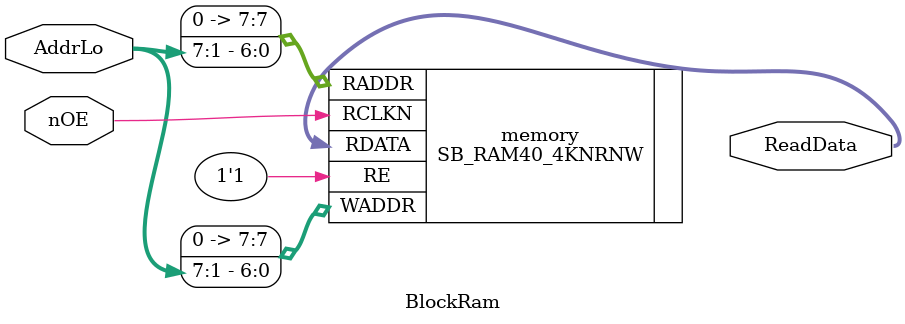
<source format=sv>

module BlockRam (
    input nOE,
    input[7:0] AddrLo,

    output[15:0] ReadData
);

    SB_RAM40_4KNRNW #(
        .READ_MODE(0),
`ifdef YOSYS
        .INIT_FILE("build/bram_init.asc")
`else
        .INIT_FILE("build/ipl0.asc")
`endif
    ) memory (
        .RCLKN(nOE),
        .RDATA(ReadData),
        .RADDR({1'b0, AddrLo[7:1]}),
        .WADDR({1'b0, AddrLo[7:1]}),
        .RE(1'b1)
    );

endmodule
</source>
